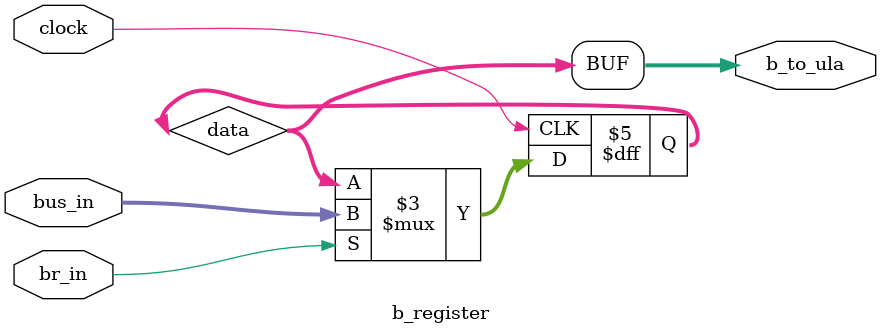
<source format=v>
module b_register (
	input clock,
	input br_in,
	input [7:0] bus_in,
	output [7:0] b_to_ula
);

	reg [7:0] data = 8'b00000000;
	
	always @(posedge clock) begin
		if(br_in) data <= bus_in;
	end
	
	assign b_to_ula = data;
	
endmodule

	
	
</source>
